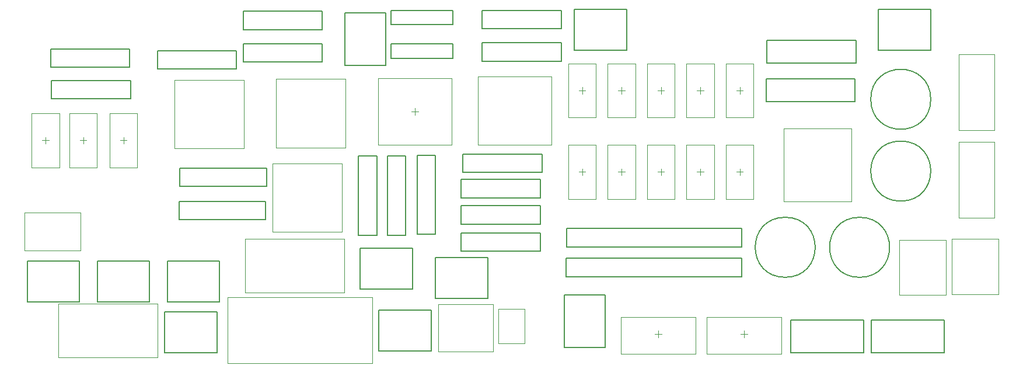
<source format=gbr>
G04*
G04 #@! TF.GenerationSoftware,Altium Limited,Altium Designer,23.3.1 (30)*
G04*
G04 Layer_Color=32768*
%FSLAX44Y44*%
%MOMM*%
G71*
G04*
G04 #@! TF.SameCoordinates,EAF1F0D8-16AB-4789-B3CC-ED1B898C5CC7*
G04*
G04*
G04 #@! TF.FilePolarity,Positive*
G04*
G01*
G75*
%ADD13C,0.2000*%
%ADD14C,0.1000*%
%ADD82C,0.0500*%
D13*
X1625920Y657860D02*
G03*
X1538920Y657860I-43500J0D01*
G01*
D02*
G03*
X1625920Y657860I43500J0D01*
G01*
X1414780Y399730D02*
G03*
X1414780Y486730I0J43500D01*
G01*
D02*
G03*
X1414780Y399730I0J-43500D01*
G01*
X1582420Y597220D02*
G03*
X1582420Y510220I0J-43500D01*
G01*
D02*
G03*
X1582420Y597220I0J43500D01*
G01*
X1522730Y486730D02*
G03*
X1522730Y399730I0J-43500D01*
G01*
D02*
G03*
X1522730Y486730I0J43500D01*
G01*
X825273Y292660D02*
Y352160D01*
Y292660D02*
X901272D01*
Y352160D01*
X825273D02*
X901272D01*
X518260Y363950D02*
Y423450D01*
Y363950D02*
X594260D01*
Y423450D01*
X518260D02*
X594260D01*
X932860Y765830D02*
Y786930D01*
X842600D02*
X932860D01*
X842600Y765830D02*
Y786930D01*
Y765830D02*
X932860D01*
X1516110Y654060D02*
Y687060D01*
X1387110D02*
X1516110D01*
X1387110Y654060D02*
Y687060D01*
Y654060D02*
X1516110D01*
X1153530Y298350D02*
Y374350D01*
X1094030Y298350D02*
X1153530D01*
X1094030D02*
Y374350D01*
X1153530D01*
X947320Y551650D02*
Y578650D01*
Y551650D02*
X1061820D01*
Y578650D01*
X947320D02*
X1061820D01*
X315060Y423450D02*
X391060D01*
Y363950D02*
Y423450D01*
X315060Y363950D02*
X391060D01*
X315060D02*
Y423450D01*
X416660Y423450D02*
X492660D01*
Y363950D02*
Y423450D01*
X416660Y363950D02*
X492660D01*
X416660D02*
Y423450D01*
X775600Y707290D02*
Y783290D01*
X835100D01*
Y707290D02*
Y783290D01*
X775600Y707290D02*
X835100D01*
X514450Y349790D02*
X590450D01*
Y290290D02*
Y349790D01*
X514450Y290290D02*
X590450D01*
X514450D02*
Y349790D01*
X1108610Y728610D02*
X1184610D01*
X1108610D02*
Y788110D01*
X1184610D01*
Y728610D02*
Y788110D01*
X797860Y442330D02*
X873860D01*
Y382830D02*
Y442330D01*
X797860Y382830D02*
X873860D01*
X797860D02*
Y442330D01*
X907080Y428360D02*
X983080D01*
Y368860D02*
Y428360D01*
X907080Y368860D02*
X983080D01*
X907080D02*
Y428360D01*
X1351391Y400701D02*
Y427339D01*
X1097169D02*
X1351391D01*
X1097169Y400701D02*
Y427339D01*
Y400701D02*
X1351391D01*
X1097825Y443881D02*
Y470519D01*
Y443881D02*
X1352047D01*
Y470519D01*
X1097825D02*
X1352047D01*
X743050Y711670D02*
Y738670D01*
X628550D02*
X743050D01*
X628550Y711670D02*
Y738670D01*
Y711670D02*
X743050D01*
X1625700Y728610D02*
Y788110D01*
X1549700D02*
X1625700D01*
X1549700Y728610D02*
Y788110D01*
Y728610D02*
X1625700D01*
X975260Y739940D02*
X1089760D01*
Y712940D02*
Y739940D01*
X975260Y712940D02*
X1089760D01*
X975260D02*
Y739940D01*
Y759930D02*
X1089760D01*
X975260D02*
Y786930D01*
X1089760D01*
Y759930D02*
Y786930D01*
X944780Y514820D02*
Y541820D01*
Y514820D02*
X1059280D01*
Y541820D01*
X944780D02*
X1059280D01*
X944780Y437350D02*
Y464350D01*
Y437350D02*
X1059280D01*
Y464350D01*
X944780D02*
X1059280D01*
X944780Y476720D02*
X1059280D01*
X944780D02*
Y503720D01*
X1059280D01*
Y476720D02*
Y503720D01*
X864400Y460910D02*
Y575410D01*
X837400Y460910D02*
X864400D01*
X837400D02*
Y575410D01*
X864400D01*
X880580Y576680D02*
X907580D01*
X880580Y462180D02*
Y576680D01*
Y462180D02*
X907580D01*
Y576680D01*
X795490Y460910D02*
X822490D01*
Y575410D01*
X795490D02*
X822490D01*
X795490Y460910D02*
Y575410D01*
X504090Y728510D02*
X618590D01*
Y701510D02*
Y728510D01*
X504090Y701510D02*
X618590D01*
X504090D02*
Y728510D01*
X628550Y785660D02*
X743050D01*
Y758660D02*
Y785660D01*
X628550Y758660D02*
X743050D01*
X628550D02*
Y785660D01*
X350420Y658330D02*
X464920D01*
X350420D02*
Y685330D01*
X464920D01*
Y658330D02*
Y685330D01*
X349150Y704050D02*
X463650D01*
X349150D02*
Y731050D01*
X463650D01*
Y704050D02*
Y731050D01*
X536690Y531330D02*
Y558330D01*
Y531330D02*
X662190D01*
Y558330D01*
X536690D02*
X662190D01*
X535420Y483070D02*
Y510070D01*
Y483070D02*
X660920D01*
Y510070D01*
X535420D02*
X660920D01*
X1388380Y709940D02*
Y742940D01*
Y709940D02*
X1517380D01*
Y742940D01*
X1388380D02*
X1517380D01*
X1539680Y337965D02*
X1645680D01*
X1539680Y289965D02*
Y337965D01*
Y289965D02*
X1645680D01*
Y337965D01*
X1528840Y289965D02*
Y337965D01*
X1422840Y289965D02*
X1528840D01*
X1422840D02*
Y337965D01*
X1528840D01*
X842600Y738260D02*
X932860D01*
Y717160D02*
Y738260D01*
X842600Y717160D02*
X932860D01*
X842600D02*
Y738260D01*
D14*
X504400Y283660D02*
Y361160D01*
X360400D02*
X504400D01*
X360400Y283660D02*
Y361160D01*
Y283660D02*
X504400D01*
X1343740Y670560D02*
X1353740D01*
X1348740Y665560D02*
Y675560D01*
X1120140Y665560D02*
Y675560D01*
X1115140Y670560D02*
X1125140D01*
X774980Y377640D02*
Y455140D01*
X630980D02*
X774980D01*
X630980Y377640D02*
Y455140D01*
Y377640D02*
X774980D01*
X1348740Y547450D02*
Y557450D01*
X1343740Y552450D02*
X1353740D01*
X1177290Y665560D02*
Y675560D01*
X1172290Y670560D02*
X1182290D01*
X1291590Y665560D02*
Y675560D01*
X1286590Y670560D02*
X1296590D01*
X1234440Y665560D02*
Y675560D01*
X1229440Y670560D02*
X1239440D01*
X1291590Y547450D02*
Y557450D01*
X1286590Y552450D02*
X1296590D01*
X1234440Y547450D02*
Y557450D01*
X1229440Y552450D02*
X1239440D01*
X1177290Y547450D02*
Y557450D01*
X1172290Y552450D02*
X1182290D01*
X1120140Y547450D02*
Y557450D01*
X1115140Y552450D02*
X1125140D01*
X872570Y640080D02*
X882570D01*
X877570Y635080D02*
Y645080D01*
X1230630Y312500D02*
Y322500D01*
X1225630Y317500D02*
X1235630D01*
X1355090Y312500D02*
Y322500D01*
X1350090Y317500D02*
X1360090D01*
X341630Y593170D02*
Y603170D01*
X336630Y598170D02*
X346630D01*
X391240D02*
X401240D01*
X396240Y593170D02*
Y603170D01*
X454660Y593170D02*
Y603170D01*
X449660Y598170D02*
X459660D01*
D82*
X392390Y438490D02*
Y493690D01*
X311190Y438490D02*
X392390D01*
X311190D02*
Y493690D01*
X392390D01*
X911380Y292140D02*
X991080D01*
Y360640D01*
X911380D02*
X991080D01*
X911380Y292140D02*
Y360640D01*
X1666520Y723220D02*
X1718520D01*
X1666520Y612820D02*
Y723220D01*
Y612820D02*
X1718520D01*
Y723220D01*
X1328690Y631460D02*
Y709660D01*
Y631460D02*
X1368790D01*
Y709660D01*
X1328690D02*
X1368790D01*
X1511220Y509310D02*
Y615910D01*
X1412320D02*
X1511220D01*
X1412320Y509310D02*
Y615910D01*
Y509310D02*
X1511220D01*
X1656120Y375440D02*
X1724620D01*
X1656120D02*
Y455140D01*
X1724620D01*
Y375440D02*
Y455140D01*
X1579920Y374170D02*
X1648420D01*
X1579920D02*
Y453870D01*
X1648420D01*
Y374170D02*
Y453870D01*
X605400Y370538D02*
X815500D01*
X605400Y275537D02*
Y370538D01*
Y275537D02*
X815500D01*
Y370538D01*
X969050Y591750D02*
Y690950D01*
X1075650D01*
Y591750D02*
Y690950D01*
X969050Y591750D02*
X1075650D01*
X1100090Y709660D02*
X1140190D01*
Y631460D02*
Y709660D01*
X1100090Y631460D02*
X1140190D01*
X1100090D02*
Y709660D01*
X1328690Y591550D02*
X1368790D01*
Y513350D02*
Y591550D01*
X1328690Y513350D02*
X1368790D01*
X1328690D02*
Y591550D01*
X1157240Y709660D02*
X1197340D01*
Y631460D02*
Y709660D01*
X1157240Y631460D02*
X1197340D01*
X1157240D02*
Y709660D01*
X1271540D02*
X1311640D01*
Y631460D02*
Y709660D01*
X1271540Y631460D02*
X1311640D01*
X1271540D02*
Y709660D01*
X1214390D02*
X1254490D01*
Y631460D02*
Y709660D01*
X1214390Y631460D02*
X1254490D01*
X1214390D02*
Y709660D01*
X1271540Y591550D02*
X1311640D01*
Y513350D02*
Y591550D01*
X1271540Y513350D02*
X1311640D01*
X1271540D02*
Y591550D01*
X1214390D02*
X1254490D01*
Y513350D02*
Y591550D01*
X1214390Y513350D02*
X1254490D01*
X1214390D02*
Y591550D01*
X1157240D02*
X1197340D01*
Y513350D02*
Y591550D01*
X1157240Y513350D02*
X1197340D01*
X1157240D02*
Y591550D01*
X1100090D02*
X1140190D01*
Y513350D02*
Y591550D01*
X1100090Y513350D02*
X1140190D01*
X1100090D02*
Y591550D01*
X1718520Y485820D02*
Y596220D01*
X1666520Y485820D02*
X1718520D01*
X1666520D02*
Y596220D01*
X1718520D01*
X824070Y591580D02*
Y688580D01*
X931070Y591580D02*
Y688580D01*
X824070Y591580D02*
X931070D01*
X824070Y688580D02*
X931070D01*
X1176630Y341800D02*
X1284630D01*
X1176630Y288300D02*
X1284630D01*
Y341800D01*
X1176630Y288300D02*
Y341800D01*
X1301090D02*
X1409090D01*
X1301090Y288300D02*
X1409090D01*
Y341800D01*
X1301090Y288300D02*
Y341800D01*
X998670Y304130D02*
Y353730D01*
X999490Y304130D02*
X1036720D01*
X998670Y353730D02*
X1036720D01*
Y304130D02*
Y353730D01*
X671210Y465690D02*
X771510D01*
Y564890D01*
X671210D02*
X771510D01*
X671210Y465690D02*
Y564890D01*
X676290Y587940D02*
Y687140D01*
X776590D01*
Y587940D02*
Y687140D01*
X676290Y587940D02*
X776590D01*
X528970Y586670D02*
Y685870D01*
X629270D01*
Y586670D02*
Y685870D01*
X528970Y586670D02*
X629270D01*
X321580Y559070D02*
X361680D01*
X321580D02*
Y637270D01*
X361680D01*
Y559070D02*
Y637270D01*
X416290Y559070D02*
Y637270D01*
X376190D02*
X416290D01*
X376190Y559070D02*
Y637270D01*
Y559070D02*
X416290D01*
X434610Y559070D02*
X474710D01*
X434610D02*
Y637270D01*
X474710D01*
Y559070D02*
Y637270D01*
M02*

</source>
